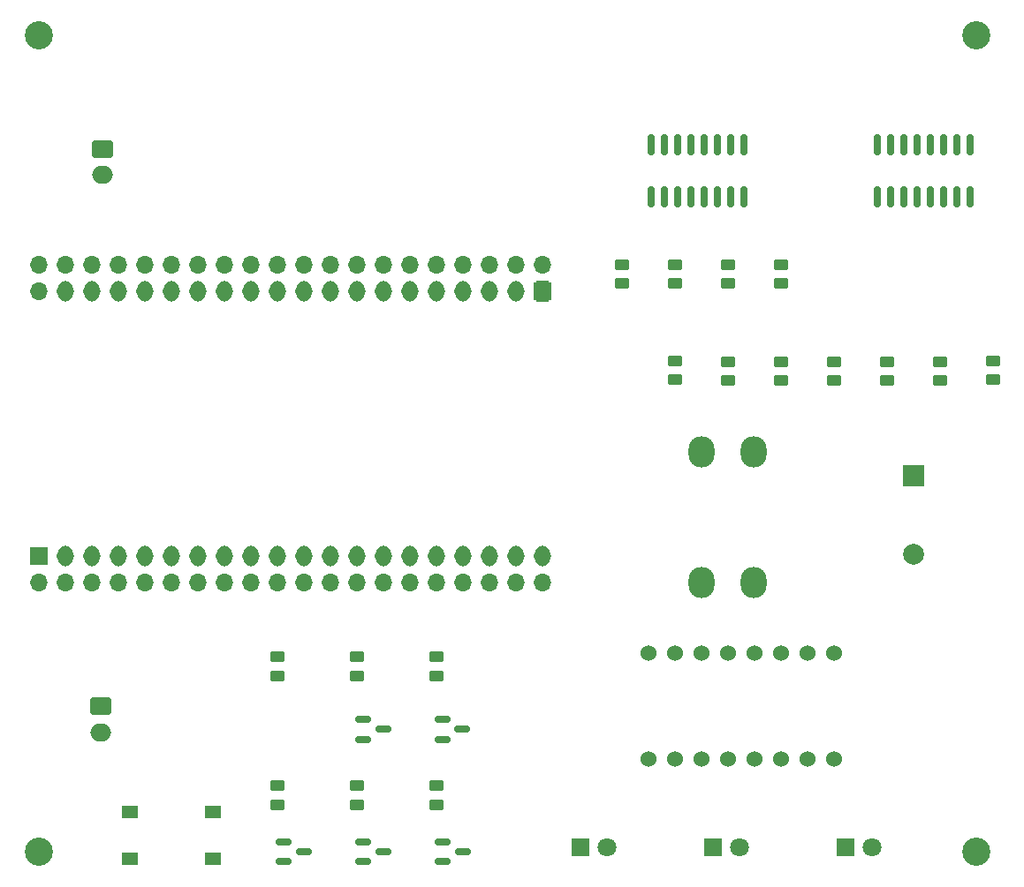
<source format=gbr>
%TF.GenerationSoftware,KiCad,Pcbnew,8.0.4*%
%TF.CreationDate,2024-08-27T11:51:51+09:00*%
%TF.ProjectId,gen2,67656e32-2e6b-4696-9361-645f70636258,rev?*%
%TF.SameCoordinates,PX48ab840PY9157080*%
%TF.FileFunction,Soldermask,Top*%
%TF.FilePolarity,Negative*%
%FSLAX46Y46*%
G04 Gerber Fmt 4.6, Leading zero omitted, Abs format (unit mm)*
G04 Created by KiCad (PCBNEW 8.0.4) date 2024-08-27 11:51:51*
%MOMM*%
%LPD*%
G01*
G04 APERTURE LIST*
G04 Aperture macros list*
%AMRoundRect*
0 Rectangle with rounded corners*
0 $1 Rounding radius*
0 $2 $3 $4 $5 $6 $7 $8 $9 X,Y pos of 4 corners*
0 Add a 4 corners polygon primitive as box body*
4,1,4,$2,$3,$4,$5,$6,$7,$8,$9,$2,$3,0*
0 Add four circle primitives for the rounded corners*
1,1,$1+$1,$2,$3*
1,1,$1+$1,$4,$5*
1,1,$1+$1,$6,$7*
1,1,$1+$1,$8,$9*
0 Add four rect primitives between the rounded corners*
20,1,$1+$1,$2,$3,$4,$5,0*
20,1,$1+$1,$4,$5,$6,$7,0*
20,1,$1+$1,$6,$7,$8,$9,0*
20,1,$1+$1,$8,$9,$2,$3,0*%
G04 Aperture macros list end*
%ADD10RoundRect,0.250000X0.450000X-0.262500X0.450000X0.262500X-0.450000X0.262500X-0.450000X-0.262500X0*%
%ADD11R,1.200000X2.000000*%
%ADD12O,1.200000X2.000000*%
%ADD13C,2.700000*%
%ADD14C,1.524000*%
%ADD15R,1.800000X1.800000*%
%ADD16C,1.800000*%
%ADD17RoundRect,0.250000X-0.750000X0.600000X-0.750000X-0.600000X0.750000X-0.600000X0.750000X0.600000X0*%
%ADD18O,2.000000X1.700000*%
%ADD19RoundRect,0.150000X0.150000X-0.825000X0.150000X0.825000X-0.150000X0.825000X-0.150000X-0.825000X0*%
%ADD20RoundRect,0.150000X-0.587500X-0.150000X0.587500X-0.150000X0.587500X0.150000X-0.587500X0.150000X0*%
%ADD21O,1.700000X1.700000*%
%ADD22R,1.700000X1.700000*%
%ADD23R,1.550000X1.300000*%
%ADD24R,2.000000X2.000000*%
%ADD25C,2.000000*%
%ADD26O,2.500000X3.000000*%
G04 APERTURE END LIST*
D10*
%TO.C,R_US2*%
X101621150Y55009650D03*
X101621150Y56834650D03*
%TD*%
%TO.C,R_US5*%
X116861150Y55009650D03*
X116861150Y56834650D03*
%TD*%
D11*
%TO.C,U1*%
X83838450Y63589250D03*
D12*
X81298450Y63589250D03*
X78758450Y63589250D03*
X76218450Y63589250D03*
X73678450Y63589250D03*
X71138450Y63589250D03*
X68598450Y63589250D03*
X66058450Y63589250D03*
X63518450Y63589250D03*
X60978450Y63589250D03*
X58438450Y63589250D03*
X55898450Y63589250D03*
X53358450Y63589250D03*
X50818450Y63589250D03*
X48278450Y63589250D03*
X45738450Y63589250D03*
X43198450Y63589250D03*
X40658450Y63589250D03*
X38118450Y63589250D03*
X38121170Y38192930D03*
X40661170Y38192930D03*
X43198450Y38189250D03*
X45738450Y38189250D03*
X48278450Y38189250D03*
X50818450Y38189250D03*
X53358450Y38189250D03*
X55898450Y38189250D03*
X58438450Y38189250D03*
X60978450Y38189250D03*
X63518450Y38189250D03*
X66058450Y38189250D03*
X68598450Y38189250D03*
X71138450Y38189250D03*
X73678450Y38189250D03*
X76218450Y38189250D03*
X78758450Y38189250D03*
X81298450Y38189250D03*
X83838450Y38189250D03*
%TD*%
D13*
%TO.C,hole_upper_right*%
X125471950Y88127750D03*
%TD*%
D10*
%TO.C,R_US8*%
X73681150Y26661650D03*
X73681150Y28486650D03*
%TD*%
D14*
%TO.C,U2*%
X94001150Y18684150D03*
X96541150Y18684150D03*
X99081150Y18684150D03*
X101621150Y18684150D03*
X104161150Y18684150D03*
X106701150Y18684150D03*
X109241150Y18684150D03*
X111781150Y18684150D03*
X111781150Y28844150D03*
X109241150Y28844150D03*
X106701150Y28844150D03*
X104161150Y28844150D03*
X101621150Y28844150D03*
X99081150Y28844150D03*
X96541150Y28844150D03*
X94001150Y28844150D03*
%TD*%
D13*
%TO.C,hole_lower_right*%
X125421150Y9794150D03*
%TD*%
D10*
%TO.C,R_US12*%
X66061150Y26661650D03*
X66061150Y28486650D03*
%TD*%
D15*
%TO.C,LED1*%
X87549550Y10251350D03*
D16*
X90089550Y10251350D03*
%TD*%
D17*
%TO.C,J1*%
X41571150Y23744150D03*
D18*
X41571150Y21244150D03*
%TD*%
D17*
%TO.C,J3*%
X41723550Y77234150D03*
D18*
X41723550Y74734150D03*
%TD*%
D19*
%TO.C,primary1*%
X94255150Y72662150D03*
X95525150Y72662150D03*
X96795150Y72662150D03*
X98065150Y72662150D03*
X99335150Y72662150D03*
X100605150Y72662150D03*
X101875150Y72662150D03*
X103145150Y72662150D03*
X103145150Y77612150D03*
X101875150Y77612150D03*
X100605150Y77612150D03*
X99335150Y77612150D03*
X98065150Y77612150D03*
X96795150Y77612150D03*
X95525150Y77612150D03*
X94255150Y77612150D03*
%TD*%
D10*
%TO.C,R_US17*%
X91461150Y64307950D03*
X91461150Y66132950D03*
%TD*%
D20*
%TO.C,Q4*%
X66726150Y10744150D03*
X66726150Y8844150D03*
X68601150Y9794150D03*
%TD*%
D10*
%TO.C,R_US1*%
X96541150Y55060450D03*
X96541150Y56885450D03*
%TD*%
D21*
%TO.C,J4*%
X38118450Y38189250D03*
X38118450Y35649250D03*
X40658450Y38189250D03*
X40658450Y35649250D03*
X43198450Y38189250D03*
X43198450Y35649250D03*
X45738450Y38189250D03*
X45738450Y35649250D03*
X48278450Y38189250D03*
X48278450Y35649250D03*
X50818450Y38189250D03*
X50818450Y35649250D03*
X53358450Y38189250D03*
X53358450Y35649250D03*
X55898450Y38189250D03*
X55898450Y35649250D03*
X58438450Y38189250D03*
X58438450Y35649250D03*
X60978450Y38189250D03*
X60978450Y35649250D03*
X63518450Y38189250D03*
X63518450Y35649250D03*
X66058450Y38189250D03*
X66058450Y35649250D03*
X68598450Y38189250D03*
X68598450Y35649250D03*
X71138450Y38189250D03*
X71138450Y35649250D03*
X73678450Y38189250D03*
X73678450Y35649250D03*
X76218450Y38189250D03*
X76218450Y35649250D03*
X78758450Y38189250D03*
X78758450Y35649250D03*
X81298450Y38189250D03*
X81298450Y35649250D03*
X83838450Y38189250D03*
X83838450Y35649250D03*
D22*
X35578450Y38189250D03*
D21*
X35578450Y35649250D03*
%TD*%
D10*
%TO.C,R_US14*%
X101621150Y64307950D03*
X101621150Y66132950D03*
%TD*%
%TO.C,R_US16*%
X58441150Y26661650D03*
X58441150Y28486650D03*
%TD*%
D13*
%TO.C,hole_upper_left*%
X35631950Y88127750D03*
%TD*%
D23*
%TO.C,SW1*%
X52261150Y9104150D03*
X44301150Y9104150D03*
X52261150Y13604150D03*
X44301150Y13604150D03*
%TD*%
D10*
%TO.C,R_US9*%
X58441150Y14319150D03*
X58441150Y16144150D03*
%TD*%
D20*
%TO.C,Q5*%
X59106150Y10744150D03*
X59106150Y8844150D03*
X60981150Y9794150D03*
%TD*%
D10*
%TO.C,R_US4*%
X111781150Y55009650D03*
X111781150Y56834650D03*
%TD*%
D13*
%TO.C,hole_lower_left*%
X35581150Y9794150D03*
%TD*%
D15*
%TO.C,LED3*%
X112949550Y10251350D03*
D16*
X115489550Y10251350D03*
%TD*%
D10*
%TO.C,R_US6*%
X121941150Y55009650D03*
X121941150Y56834650D03*
%TD*%
%TO.C,R_US11*%
X73681150Y14319150D03*
X73681150Y16144150D03*
%TD*%
D20*
%TO.C,Q2*%
X66726150Y22494150D03*
X66726150Y20594150D03*
X68601150Y21544150D03*
%TD*%
D15*
%TO.C,LED2*%
X100249550Y10251350D03*
D16*
X102789550Y10251350D03*
%TD*%
D20*
%TO.C,Q1*%
X74316150Y22494150D03*
X74316150Y20594150D03*
X76191150Y21544150D03*
%TD*%
D24*
%TO.C,BZ1*%
X119401150Y45902950D03*
D25*
X119401150Y38302950D03*
%TD*%
D10*
%TO.C,R_US15*%
X106701150Y64307950D03*
X106701150Y66132950D03*
%TD*%
%TO.C,R_US7*%
X127021150Y55060450D03*
X127021150Y56885450D03*
%TD*%
D20*
%TO.C,Q3*%
X74346150Y10744150D03*
X74346150Y8844150D03*
X76221150Y9794150D03*
%TD*%
D10*
%TO.C,R_US13*%
X96541150Y64307950D03*
X96541150Y66132950D03*
%TD*%
D19*
%TO.C,secondary1*%
X115997550Y72662150D03*
X117267550Y72662150D03*
X118537550Y72662150D03*
X119807550Y72662150D03*
X121077550Y72662150D03*
X122347550Y72662150D03*
X123617550Y72662150D03*
X124887550Y72662150D03*
X124887550Y77612150D03*
X123617550Y77612150D03*
X122347550Y77612150D03*
X121077550Y77612150D03*
X119807550Y77612150D03*
X118537550Y77612150D03*
X117267550Y77612150D03*
X115997550Y77612150D03*
%TD*%
D22*
%TO.C,J2*%
X83838450Y63589250D03*
D21*
X83838450Y66129250D03*
X81298450Y63589250D03*
X81298450Y66129250D03*
X78758450Y63589250D03*
X78758450Y66129250D03*
X76218450Y63589250D03*
X76218450Y66129250D03*
X73678450Y63589250D03*
X73678450Y66129250D03*
X71138450Y63589250D03*
X71138450Y66129250D03*
X68598450Y63589250D03*
X68598450Y66129250D03*
X66058450Y63589250D03*
X66058450Y66129250D03*
X63518450Y63589250D03*
X63518450Y66129250D03*
X60978450Y63589250D03*
X60978450Y66129250D03*
X58438450Y63589250D03*
X58438450Y66129250D03*
X55898450Y63589250D03*
X55898450Y66129250D03*
X53358450Y63589250D03*
X53358450Y66129250D03*
X50818450Y63589250D03*
X50818450Y66129250D03*
X48278450Y63589250D03*
X48278450Y66129250D03*
X45738450Y63589250D03*
X45738450Y66129250D03*
X43198450Y63589250D03*
X43198450Y66129250D03*
X40658450Y63589250D03*
X40658450Y66129250D03*
X38118450Y63589250D03*
X38118450Y66129250D03*
X35578450Y63589250D03*
X35578450Y66129250D03*
%TD*%
D26*
%TO.C,SW2*%
X99081150Y35652950D03*
X99081150Y48152950D03*
X104081150Y35652950D03*
X104081150Y48152950D03*
%TD*%
D10*
%TO.C,R_US10*%
X66061150Y14319150D03*
X66061150Y16144150D03*
%TD*%
%TO.C,R_US3*%
X106701150Y55009650D03*
X106701150Y56834650D03*
%TD*%
M02*

</source>
